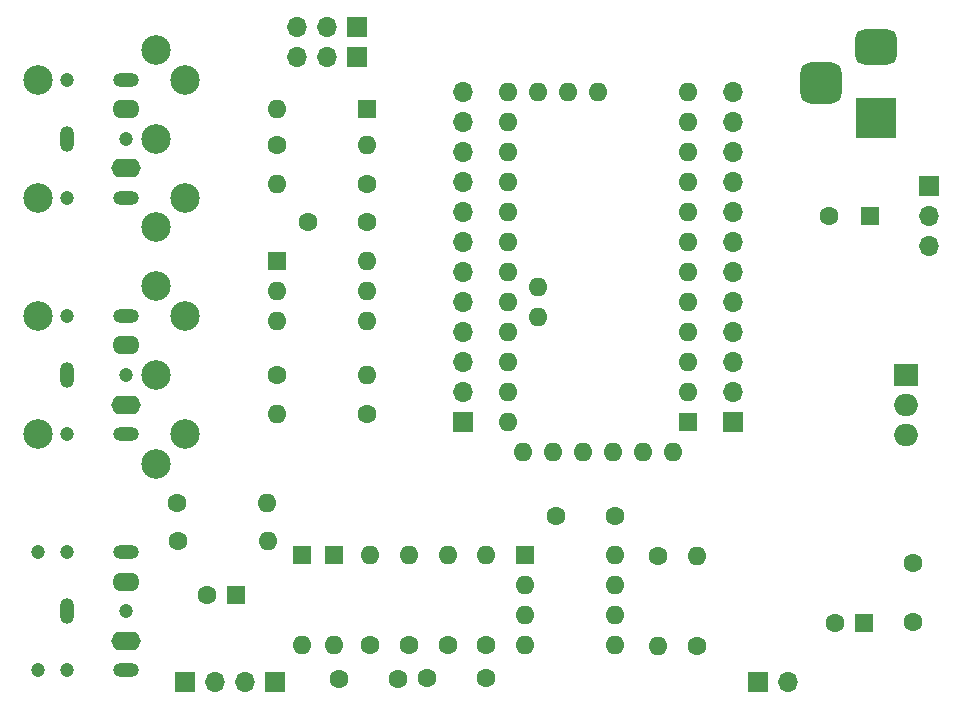
<source format=gbr>
%TF.GenerationSoftware,KiCad,Pcbnew,8.0.7*%
%TF.CreationDate,2025-05-07T21:26:37+01:00*%
%TF.ProjectId,ArduinoProMiniMIDIUSBHostCV,41726475-696e-46f5-9072-6f4d696e694d,rev?*%
%TF.SameCoordinates,Original*%
%TF.FileFunction,Soldermask,Bot*%
%TF.FilePolarity,Negative*%
%FSLAX46Y46*%
G04 Gerber Fmt 4.6, Leading zero omitted, Abs format (unit mm)*
G04 Created by KiCad (PCBNEW 8.0.7) date 2025-05-07 21:26:37*
%MOMM*%
%LPD*%
G01*
G04 APERTURE LIST*
G04 Aperture macros list*
%AMRoundRect*
0 Rectangle with rounded corners*
0 $1 Rounding radius*
0 $2 $3 $4 $5 $6 $7 $8 $9 X,Y pos of 4 corners*
0 Add a 4 corners polygon primitive as box body*
4,1,4,$2,$3,$4,$5,$6,$7,$8,$9,$2,$3,0*
0 Add four circle primitives for the rounded corners*
1,1,$1+$1,$2,$3*
1,1,$1+$1,$4,$5*
1,1,$1+$1,$6,$7*
1,1,$1+$1,$8,$9*
0 Add four rect primitives between the rounded corners*
20,1,$1+$1,$2,$3,$4,$5,0*
20,1,$1+$1,$4,$5,$6,$7,0*
20,1,$1+$1,$6,$7,$8,$9,0*
20,1,$1+$1,$8,$9,$2,$3,0*%
G04 Aperture macros list end*
%ADD10R,1.700000X1.700000*%
%ADD11O,1.700000X1.700000*%
%ADD12C,1.600000*%
%ADD13O,1.600000X1.600000*%
%ADD14R,1.600000X1.600000*%
%ADD15C,1.200000*%
%ADD16O,2.200000X1.200000*%
%ADD17O,2.300000X1.600000*%
%ADD18O,1.200000X2.200000*%
%ADD19O,2.500000X1.600000*%
%ADD20R,2.000000X1.905000*%
%ADD21O,2.000000X1.905000*%
%ADD22C,2.499360*%
%ADD23R,3.500000X3.500000*%
%ADD24RoundRect,0.750000X-1.000000X0.750000X-1.000000X-0.750000X1.000000X-0.750000X1.000000X0.750000X0*%
%ADD25RoundRect,0.875000X-0.875000X0.875000X-0.875000X-0.875000X0.875000X-0.875000X0.875000X0.875000X0*%
G04 APERTURE END LIST*
D10*
%TO.C,J9*%
X72120000Y-108000000D03*
D11*
X69580000Y-108000000D03*
%TD*%
D10*
%TO.C,J8*%
X64500000Y-108000000D03*
D11*
X67040000Y-108000000D03*
%TD*%
D12*
%TO.C,R14*%
X63780000Y-92850000D03*
D13*
X71400000Y-92850000D03*
%TD*%
D12*
%TO.C,R3*%
X72280000Y-82000000D03*
D13*
X79900000Y-82000000D03*
%TD*%
D12*
%TO.C,C6*%
X85000000Y-107690000D03*
X90000000Y-107690000D03*
%TD*%
%TO.C,C5*%
X82500000Y-107730000D03*
X77500000Y-107730000D03*
%TD*%
D14*
%TO.C,U2*%
X72270000Y-72360000D03*
D13*
X72270000Y-74900000D03*
X72270000Y-77440000D03*
X79890000Y-77440000D03*
X79890000Y-74900000D03*
X79890000Y-72360000D03*
%TD*%
D12*
%TO.C,C4*%
X126130000Y-102940000D03*
X126130000Y-97940000D03*
%TD*%
D15*
%TO.C,J1*%
X54500000Y-97000000D03*
X52000000Y-97000000D03*
X59500000Y-102000000D03*
X54500000Y-107000000D03*
X52000000Y-107000000D03*
D16*
X59500000Y-97000000D03*
D17*
X59500000Y-99500000D03*
D18*
X54500000Y-102000000D03*
D16*
X59500000Y-107000000D03*
D19*
X59500000Y-104500000D03*
%TD*%
D12*
%TO.C,R10*%
X63850000Y-96040000D03*
D13*
X71470000Y-96040000D03*
%TD*%
D12*
%TO.C,R6*%
X80170000Y-104880000D03*
D13*
X80170000Y-97260000D03*
%TD*%
D12*
%TO.C,R7*%
X83470000Y-104880000D03*
D13*
X83470000Y-97260000D03*
%TD*%
D14*
%TO.C,C2*%
X122000000Y-103000000D03*
D12*
X119500000Y-103000000D03*
%TD*%
D20*
%TO.C,U1*%
X125500000Y-82000000D03*
D21*
X125500000Y-84540000D03*
X125500000Y-87080000D03*
%TD*%
D14*
%TO.C,D3*%
X77120000Y-97270000D03*
D13*
X77120000Y-104890000D03*
%TD*%
D10*
%TO.C,J2*%
X110860000Y-86000000D03*
D11*
X110860000Y-83460000D03*
X110860000Y-80920000D03*
X110860000Y-78380000D03*
X110860000Y-75840000D03*
X110860000Y-73300000D03*
X110860000Y-70760000D03*
X110860000Y-68220000D03*
X110860000Y-65680000D03*
X110860000Y-63140000D03*
X110860000Y-60600000D03*
X110860000Y-58060000D03*
%TD*%
D12*
%TO.C,R11*%
X107854000Y-104904000D03*
D13*
X107854000Y-97284000D03*
%TD*%
D10*
%TO.C,SW1*%
X127460000Y-65960000D03*
D11*
X127460000Y-68500000D03*
X127460000Y-71040000D03*
%TD*%
D12*
%TO.C,R2*%
X72280000Y-62500000D03*
D13*
X79900000Y-62500000D03*
%TD*%
D12*
%TO.C,R4*%
X79900000Y-65800000D03*
D13*
X72280000Y-65800000D03*
%TD*%
D10*
%TO.C,J5*%
X88000000Y-86000000D03*
D11*
X88000000Y-83460000D03*
X88000000Y-80920000D03*
X88000000Y-78380000D03*
X88000000Y-75840000D03*
X88000000Y-73300000D03*
X88000000Y-70760000D03*
X88000000Y-68220000D03*
X88000000Y-65680000D03*
X88000000Y-63140000D03*
X88000000Y-60600000D03*
X88000000Y-58060000D03*
%TD*%
D14*
%TO.C,U3*%
X107050000Y-86000000D03*
D13*
X107050000Y-83460000D03*
X107050000Y-80920000D03*
X107050000Y-78380000D03*
X107050000Y-75840000D03*
X107050000Y-73300000D03*
X107050000Y-70760000D03*
X107050000Y-68220000D03*
X107050000Y-65680000D03*
X107050000Y-63140000D03*
X107050000Y-60600000D03*
X107050000Y-58060000D03*
X91810000Y-58060000D03*
X91810000Y-60600000D03*
X91810000Y-63140000D03*
X91810000Y-65680000D03*
X91810000Y-68220000D03*
X91810000Y-70760000D03*
X91810000Y-73300000D03*
X91810000Y-75840000D03*
X91810000Y-78380000D03*
X91810000Y-80920000D03*
X91810000Y-83460000D03*
X91810000Y-86000000D03*
X94350000Y-74570000D03*
X94350000Y-77110000D03*
X94350000Y-58060000D03*
X96890000Y-58060000D03*
X99430000Y-58060000D03*
X105780000Y-88540000D03*
X103240000Y-88540000D03*
X100700000Y-88540000D03*
X98160000Y-88540000D03*
X95620000Y-88540000D03*
X93080000Y-88540000D03*
%TD*%
D22*
%TO.C,OUT1*%
X52002300Y-76998740D03*
D15*
X54510000Y-77000000D03*
X59510000Y-82000000D03*
X54510000Y-87000000D03*
D22*
X52002300Y-87001260D03*
X61997200Y-89498080D03*
X61999740Y-82000000D03*
D18*
X54510000Y-82000000D03*
D22*
X61997200Y-74501920D03*
D16*
X59510000Y-77000000D03*
D22*
X64499100Y-86996180D03*
X64499100Y-77003820D03*
D16*
X59510000Y-87000000D03*
D17*
X59510000Y-79500000D03*
D19*
X59510000Y-84500000D03*
%TD*%
D12*
%TO.C,R1*%
X79900000Y-85300000D03*
D13*
X72280000Y-85300000D03*
%TD*%
D22*
%TO.C,IN1*%
X52002300Y-56998740D03*
D15*
X54510000Y-57000000D03*
X59510000Y-62000000D03*
X54510000Y-67000000D03*
D22*
X52002300Y-67001260D03*
X61997200Y-69498080D03*
X61999740Y-62000000D03*
D18*
X54510000Y-62000000D03*
D22*
X61997200Y-54501920D03*
D16*
X59510000Y-57000000D03*
D22*
X64499100Y-66996180D03*
X64499100Y-57003820D03*
D16*
X59510000Y-67000000D03*
D17*
X59510000Y-59500000D03*
D19*
X59510000Y-64500000D03*
%TD*%
D10*
%TO.C,J7*%
X113000000Y-108000000D03*
D11*
X115540000Y-108000000D03*
%TD*%
D14*
%TO.C,D1*%
X79900000Y-59500000D03*
D13*
X72280000Y-59500000D03*
%TD*%
D14*
%TO.C,D2*%
X74360000Y-97260000D03*
D13*
X74360000Y-104880000D03*
%TD*%
D14*
%TO.C,C7*%
X68835113Y-100620000D03*
D12*
X66335113Y-100620000D03*
%TD*%
D14*
%TO.C,U4*%
X93260000Y-97200000D03*
D13*
X93260000Y-99740000D03*
X93260000Y-102280000D03*
X93260000Y-104820000D03*
X100880000Y-104820000D03*
X100880000Y-102280000D03*
X100880000Y-99740000D03*
X100880000Y-97200000D03*
%TD*%
D14*
%TO.C,C1*%
X122500000Y-68500000D03*
D12*
X119000000Y-68500000D03*
%TD*%
%TO.C,R5*%
X104494000Y-97284000D03*
D13*
X104494000Y-104904000D03*
%TD*%
D12*
%TO.C,C3*%
X74920000Y-69050000D03*
X79920000Y-69050000D03*
%TD*%
%TO.C,R8*%
X86710000Y-104860000D03*
D13*
X86710000Y-97240000D03*
%TD*%
D12*
%TO.C,R9*%
X89940000Y-104840000D03*
D13*
X89940000Y-97220000D03*
%TD*%
D12*
%TO.C,C8*%
X100880000Y-93900000D03*
X95880000Y-93900000D03*
%TD*%
D10*
%TO.C,J4*%
X79000000Y-55080000D03*
D11*
X76460000Y-55080000D03*
X73920000Y-55080000D03*
%TD*%
D10*
%TO.C,J6*%
X79000000Y-52540000D03*
D11*
X76460000Y-52540000D03*
X73920000Y-52540000D03*
%TD*%
D23*
%TO.C,J3*%
X123000000Y-60260000D03*
D24*
X123000000Y-54260000D03*
D25*
X118300000Y-57260000D03*
%TD*%
M02*

</source>
